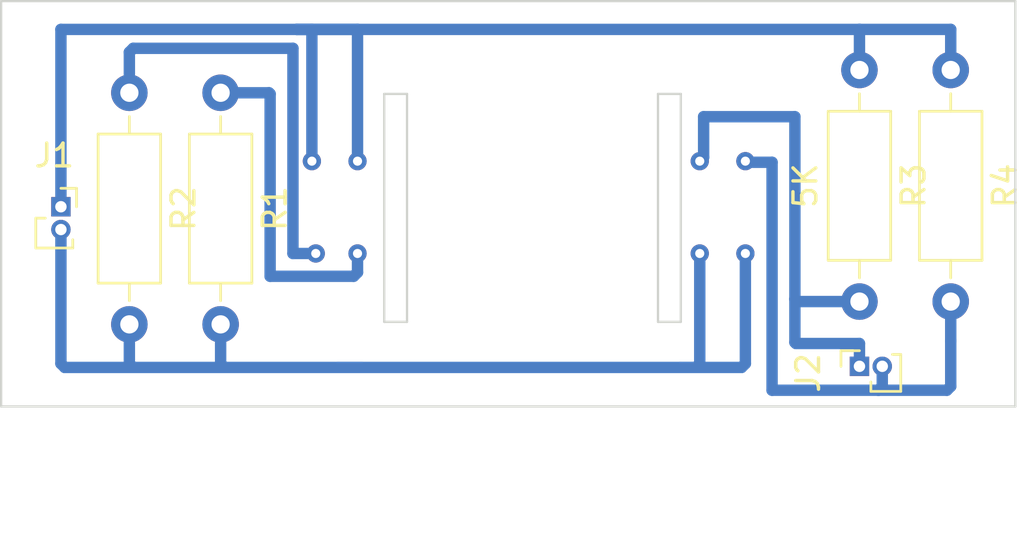
<source format=kicad_pcb>
(kicad_pcb (version 20171130) (host pcbnew "(5.1.6)-1")

  (general
    (thickness 1.6)
    (drawings 12)
    (tracks 67)
    (zones 0)
    (modules 6)
    (nets 2)
  )

  (page A4)
  (layers
    (0 F.Cu signal)
    (31 B.Cu signal)
    (32 B.Adhes user)
    (33 F.Adhes user)
    (34 B.Paste user)
    (35 F.Paste user)
    (36 B.SilkS user)
    (37 F.SilkS user)
    (38 B.Mask user)
    (39 F.Mask user)
    (40 Dwgs.User user)
    (41 Cmts.User user)
    (42 Eco1.User user)
    (43 Eco2.User user)
    (44 Edge.Cuts user)
    (45 Margin user)
    (46 B.CrtYd user)
    (47 F.CrtYd user)
    (48 B.Fab user)
    (49 F.Fab user)
  )

  (setup
    (last_trace_width 0.25)
    (user_trace_width 0.5)
    (trace_clearance 0.2)
    (zone_clearance 0.508)
    (zone_45_only no)
    (trace_min 0.2)
    (via_size 0.8)
    (via_drill 0.4)
    (via_min_size 0.4)
    (via_min_drill 0.3)
    (user_via 1 0.8)
    (uvia_size 0.3)
    (uvia_drill 0.1)
    (uvias_allowed no)
    (uvia_min_size 0.2)
    (uvia_min_drill 0.1)
    (edge_width 0.05)
    (segment_width 0.2)
    (pcb_text_width 0.3)
    (pcb_text_size 1.5 1.5)
    (mod_edge_width 0.12)
    (mod_text_size 1 1)
    (mod_text_width 0.15)
    (pad_size 0.85 0.85)
    (pad_drill 0.5)
    (pad_to_mask_clearance 0.05)
    (aux_axis_origin 0 0)
    (visible_elements 7FFFFFFF)
    (pcbplotparams
      (layerselection 0x010fc_ffffffff)
      (usegerberextensions false)
      (usegerberattributes true)
      (usegerberadvancedattributes true)
      (creategerberjobfile true)
      (excludeedgelayer true)
      (linewidth 0.100000)
      (plotframeref false)
      (viasonmask false)
      (mode 1)
      (useauxorigin false)
      (hpglpennumber 1)
      (hpglpenspeed 20)
      (hpglpendiameter 15.000000)
      (psnegative false)
      (psa4output false)
      (plotreference true)
      (plotvalue true)
      (plotinvisibletext false)
      (padsonsilk false)
      (subtractmaskfromsilk false)
      (outputformat 1)
      (mirror false)
      (drillshape 1)
      (scaleselection 1)
      (outputdirectory ""))
  )

  (net 0 "")
  (net 1 GND)

  (net_class Default "This is the default net class."
    (clearance 0.2)
    (trace_width 0.25)
    (via_dia 0.8)
    (via_drill 0.4)
    (uvia_dia 0.3)
    (uvia_drill 0.1)
  )

  (module Connector_PinSocket_1.00mm:PinSocket_1x02_P1.00mm_Vertical (layer F.Cu) (tedit 5F04D6E2) (tstamp 5F0C9878)
    (at 158.83 83.95)
    (descr "Through hole straight socket strip, 1x02, 1.00mm pitch, single row (https://gct.co/files/drawings/bc065.pdf), script generated")
    (tags "Through hole socket strip THT 1x02 1.00mm single row")
    (path /5F088FF4)
    (fp_text reference J1 (at -0.29 -2.25) (layer F.SilkS)
      (effects (font (size 1 1) (thickness 0.15)))
    )
    (fp_text value Conn_01x02_Female (at 0.17 19.05) (layer F.Fab) hide
      (effects (font (size 1 1) (thickness 0.15)))
    )
    (fp_line (start -1.54 2.25) (end -1.54 -1.25) (layer F.CrtYd) (width 0.05))
    (fp_line (start 0.96 2.25) (end -1.54 2.25) (layer F.CrtYd) (width 0.05))
    (fp_line (start 0.96 -1.25) (end 0.96 2.25) (layer F.CrtYd) (width 0.05))
    (fp_line (start -1.54 -1.25) (end 0.96 -1.25) (layer F.CrtYd) (width 0.05))
    (fp_line (start 0 -0.81) (end 0.685 -0.81) (layer F.SilkS) (width 0.12))
    (fp_line (start 0.685 -0.81) (end 0.685 0) (layer F.SilkS) (width 0.12))
    (fp_line (start 0.52 1.445898) (end 0.52 1.81) (layer F.SilkS) (width 0.12))
    (fp_line (start -1.1 1.81) (end 0.52 1.81) (layer F.SilkS) (width 0.12))
    (fp_line (start -1.1 0.5) (end -1.1 1.81) (layer F.SilkS) (width 0.12))
    (fp_line (start -1.1 0.5) (end -0.685 0.5) (layer F.SilkS) (width 0.12))
    (fp_line (start -1.04 1.75) (end -1.04 -0.75) (layer F.Fab) (width 0.1))
    (fp_line (start 0.46 1.75) (end -1.04 1.75) (layer F.Fab) (width 0.1))
    (fp_line (start 0.46 -0.375) (end 0.46 1.75) (layer F.Fab) (width 0.1))
    (fp_line (start 0.085 -0.75) (end 0.46 -0.375) (layer F.Fab) (width 0.1))
    (fp_line (start -1.04 -0.75) (end 0.085 -0.75) (layer F.Fab) (width 0.1))
    (fp_text user %R (at -0.29 0.5 90) (layer F.Fab)
      (effects (font (size 0.9 0.9) (thickness 0.14)))
    )
    (pad 2 thru_hole oval (at 0 1) (size 0.85 0.85) (drill 0.5) (layers *.Cu *.Mask))
    (pad 1 thru_hole rect (at 0 0) (size 0.85 0.85) (drill 0.5) (layers *.Cu *.Mask))
    (model ${KISYS3DMOD}/Connector_PinSocket_1.00mm.3dshapes/PinSocket_1x02_P1.00mm_Vertical.wrl
      (at (xyz 0 0 0))
      (scale (xyz 1 1 1))
      (rotate (xyz 0 0 0))
    )
  )

  (module Resistor_THT:R_Axial_DIN0207_L6.3mm_D2.5mm_P10.16mm_Horizontal (layer F.Cu) (tedit 5F04DD2B) (tstamp 5F0C9835)
    (at 193.83 77.95 270)
    (descr "Resistor, Axial_DIN0207 series, Axial, Horizontal, pin pitch=10.16mm, 0.25W = 1/4W, length*diameter=6.3*2.5mm^2, http://cdn-reichelt.de/documents/datenblatt/B400/1_4W%23YAG.pdf")
    (tags "Resistor Axial_DIN0207 series Axial Horizontal pin pitch 10.16mm 0.25W = 1/4W length 6.3mm diameter 2.5mm")
    (path /5F0827B6)
    (fp_text reference R3 (at 5.08 -2.37 90) (layer F.SilkS)
      (effects (font (size 1 1) (thickness 0.15)))
    )
    (fp_text value 5K (at 5.08 2.37 90) (layer F.SilkS)
      (effects (font (size 1 1) (thickness 0.15)))
    )
    (fp_line (start 11.21 -1.5) (end -1.05 -1.5) (layer F.CrtYd) (width 0.05))
    (fp_line (start 11.21 1.5) (end 11.21 -1.5) (layer F.CrtYd) (width 0.05))
    (fp_line (start -1.05 1.5) (end 11.21 1.5) (layer F.CrtYd) (width 0.05))
    (fp_line (start -1.05 -1.5) (end -1.05 1.5) (layer F.CrtYd) (width 0.05))
    (fp_line (start 9.12 0) (end 8.35 0) (layer F.SilkS) (width 0.12))
    (fp_line (start 1.04 0) (end 1.81 0) (layer F.SilkS) (width 0.12))
    (fp_line (start 8.35 -1.37) (end 1.81 -1.37) (layer F.SilkS) (width 0.12))
    (fp_line (start 8.35 1.37) (end 8.35 -1.37) (layer F.SilkS) (width 0.12))
    (fp_line (start 1.81 1.37) (end 8.35 1.37) (layer F.SilkS) (width 0.12))
    (fp_line (start 1.81 -1.37) (end 1.81 1.37) (layer F.SilkS) (width 0.12))
    (fp_line (start 10.16 0) (end 8.23 0) (layer F.Fab) (width 0.1))
    (fp_line (start 0 0) (end 1.93 0) (layer F.Fab) (width 0.1))
    (fp_line (start 8.23 -1.25) (end 1.93 -1.25) (layer F.Fab) (width 0.1))
    (fp_line (start 8.23 1.25) (end 8.23 -1.25) (layer F.Fab) (width 0.1))
    (fp_line (start 1.93 1.25) (end 8.23 1.25) (layer F.Fab) (width 0.1))
    (fp_line (start 1.93 -1.25) (end 1.93 1.25) (layer F.Fab) (width 0.1))
    (fp_text user %R (at 5.08 0 180) (layer F.Fab)
      (effects (font (size 1 1) (thickness 0.15)))
    )
    (pad 2 thru_hole oval (at 10.16 0 270) (size 1.6 1.6) (drill 0.8) (layers *.Cu *.Mask))
    (pad 1 thru_hole circle (at 0 0 270) (size 1.6 1.6) (drill 0.8) (layers *.Cu *.Mask))
    (model ${KISYS3DMOD}/Resistor_THT.3dshapes/R_Axial_DIN0207_L6.3mm_D2.5mm_P10.16mm_Horizontal.wrl
      (at (xyz 0 0 0))
      (scale (xyz 1 1 1))
      (rotate (xyz 0 0 0))
    )
  )

  (module Resistor_THT:R_Axial_DIN0207_L6.3mm_D2.5mm_P10.16mm_Horizontal (layer F.Cu) (tedit 5F04D2B4) (tstamp 5F0C981F)
    (at 161.83 78.95 270)
    (descr "Resistor, Axial_DIN0207 series, Axial, Horizontal, pin pitch=10.16mm, 0.25W = 1/4W, length*diameter=6.3*2.5mm^2, http://cdn-reichelt.de/documents/datenblatt/B400/1_4W%23YAG.pdf")
    (tags "Resistor Axial_DIN0207 series Axial Horizontal pin pitch 10.16mm 0.25W = 1/4W length 6.3mm diameter 2.5mm")
    (path /5F07BFEF)
    (fp_text reference R2 (at 5.08 -2.37 90) (layer F.SilkS)
      (effects (font (size 1 1) (thickness 0.15)))
    )
    (fp_text value 220 (at 5.08 2.37 90) (layer F.Fab)
      (effects (font (size 1 1) (thickness 0.15)))
    )
    (fp_line (start 11.21 -1.5) (end -1.05 -1.5) (layer F.CrtYd) (width 0.05))
    (fp_line (start 11.21 1.5) (end 11.21 -1.5) (layer F.CrtYd) (width 0.05))
    (fp_line (start -1.05 1.5) (end 11.21 1.5) (layer F.CrtYd) (width 0.05))
    (fp_line (start -1.05 -1.5) (end -1.05 1.5) (layer F.CrtYd) (width 0.05))
    (fp_line (start 9.12 0) (end 8.35 0) (layer F.SilkS) (width 0.12))
    (fp_line (start 1.04 0) (end 1.81 0) (layer F.SilkS) (width 0.12))
    (fp_line (start 8.35 -1.37) (end 1.81 -1.37) (layer F.SilkS) (width 0.12))
    (fp_line (start 8.35 1.37) (end 8.35 -1.37) (layer F.SilkS) (width 0.12))
    (fp_line (start 1.81 1.37) (end 8.35 1.37) (layer F.SilkS) (width 0.12))
    (fp_line (start 1.81 -1.37) (end 1.81 1.37) (layer F.SilkS) (width 0.12))
    (fp_line (start 10.16 0) (end 8.23 0) (layer F.Fab) (width 0.1))
    (fp_line (start 0 0) (end 1.93 0) (layer F.Fab) (width 0.1))
    (fp_line (start 8.23 -1.25) (end 1.93 -1.25) (layer F.Fab) (width 0.1))
    (fp_line (start 8.23 1.25) (end 8.23 -1.25) (layer F.Fab) (width 0.1))
    (fp_line (start 1.93 1.25) (end 8.23 1.25) (layer F.Fab) (width 0.1))
    (fp_line (start 1.93 -1.25) (end 1.93 1.25) (layer F.Fab) (width 0.1))
    (fp_text user %R (at 5.08 0 180) (layer F.Fab)
      (effects (font (size 1 1) (thickness 0.15)))
    )
    (pad 2 thru_hole oval (at 10.16 0 270) (size 1.6 1.6) (drill 0.8) (layers *.Cu *.Mask))
    (pad 1 thru_hole circle (at 0 0 270) (size 1.6 1.6) (drill 0.8) (layers *.Cu *.Mask))
    (model ${KISYS3DMOD}/Resistor_THT.3dshapes/R_Axial_DIN0207_L6.3mm_D2.5mm_P10.16mm_Horizontal.wrl
      (at (xyz 0 0 0))
      (scale (xyz 1 1 1))
      (rotate (xyz 0 0 0))
    )
  )

  (module Resistor_THT:R_Axial_DIN0207_L6.3mm_D2.5mm_P10.16mm_Horizontal (layer F.Cu) (tedit 5F04DDE8) (tstamp 5F0C9809)
    (at 197.83 77.95 270)
    (descr "Resistor, Axial_DIN0207 series, Axial, Horizontal, pin pitch=10.16mm, 0.25W = 1/4W, length*diameter=6.3*2.5mm^2, http://cdn-reichelt.de/documents/datenblatt/B400/1_4W%23YAG.pdf")
    (tags "Resistor Axial_DIN0207 series Axial Horizontal pin pitch 10.16mm 0.25W = 1/4W length 6.3mm diameter 2.5mm")
    (path /5F082E4A)
    (fp_text reference R4 (at 5.08 -2.37 90) (layer F.SilkS)
      (effects (font (size 1 1) (thickness 0.15)))
    )
    (fp_text value 5k (at 5.08 2.37 90) (layer F.Fab)
      (effects (font (size 1 1) (thickness 0.15)))
    )
    (fp_line (start 11.21 -1.5) (end -1.05 -1.5) (layer F.CrtYd) (width 0.05))
    (fp_line (start 11.21 1.5) (end 11.21 -1.5) (layer F.CrtYd) (width 0.05))
    (fp_line (start -1.05 1.5) (end 11.21 1.5) (layer F.CrtYd) (width 0.05))
    (fp_line (start -1.05 -1.5) (end -1.05 1.5) (layer F.CrtYd) (width 0.05))
    (fp_line (start 9.12 0) (end 8.35 0) (layer F.SilkS) (width 0.12))
    (fp_line (start 1.04 0) (end 1.81 0) (layer F.SilkS) (width 0.12))
    (fp_line (start 8.35 -1.37) (end 1.81 -1.37) (layer F.SilkS) (width 0.12))
    (fp_line (start 8.35 1.37) (end 8.35 -1.37) (layer F.SilkS) (width 0.12))
    (fp_line (start 1.81 1.37) (end 8.35 1.37) (layer F.SilkS) (width 0.12))
    (fp_line (start 1.81 -1.37) (end 1.81 1.37) (layer F.SilkS) (width 0.12))
    (fp_line (start 10.16 0) (end 8.23 0) (layer F.Fab) (width 0.1))
    (fp_line (start 0 0) (end 1.93 0) (layer F.Fab) (width 0.1))
    (fp_line (start 8.23 -1.25) (end 1.93 -1.25) (layer F.Fab) (width 0.1))
    (fp_line (start 8.23 1.25) (end 8.23 -1.25) (layer F.Fab) (width 0.1))
    (fp_line (start 1.93 1.25) (end 8.23 1.25) (layer F.Fab) (width 0.1))
    (fp_line (start 1.93 -1.25) (end 1.93 1.25) (layer F.Fab) (width 0.1))
    (fp_text user %R (at 5.08 0 90) (layer F.Fab)
      (effects (font (size 1 1) (thickness 0.15)))
    )
    (pad 2 thru_hole oval (at 10.16 0 270) (size 1.6 1.6) (drill 0.8) (layers *.Cu *.Mask))
    (pad 1 thru_hole circle (at 0 0 270) (size 1.6 1.6) (drill 0.8) (layers *.Cu *.Mask))
    (model ${KISYS3DMOD}/Resistor_THT.3dshapes/R_Axial_DIN0207_L6.3mm_D2.5mm_P10.16mm_Horizontal.wrl
      (at (xyz 0 0 0))
      (scale (xyz 1 1 1))
      (rotate (xyz 0 0 0))
    )
  )

  (module Resistor_THT:R_Axial_DIN0207_L6.3mm_D2.5mm_P10.16mm_Horizontal (layer F.Cu) (tedit 5F04D66B) (tstamp 5F0C97F3)
    (at 165.83 78.95 270)
    (descr "Resistor, Axial_DIN0207 series, Axial, Horizontal, pin pitch=10.16mm, 0.25W = 1/4W, length*diameter=6.3*2.5mm^2, http://cdn-reichelt.de/documents/datenblatt/B400/1_4W%23YAG.pdf")
    (tags "Resistor Axial_DIN0207 series Axial Horizontal pin pitch 10.16mm 0.25W = 1/4W length 6.3mm diameter 2.5mm")
    (path /5F07BAF5)
    (fp_text reference R1 (at 5.08 -2.37 90) (layer F.SilkS)
      (effects (font (size 1 1) (thickness 0.15)))
    )
    (fp_text value 220 (at 5.08 2.37 90) (layer F.Fab)
      (effects (font (size 1 1) (thickness 0.15)))
    )
    (fp_line (start 11.21 -1.5) (end -1.05 -1.5) (layer F.CrtYd) (width 0.05))
    (fp_line (start 11.21 1.5) (end 11.21 -1.5) (layer F.CrtYd) (width 0.05))
    (fp_line (start -1.05 1.5) (end 11.21 1.5) (layer F.CrtYd) (width 0.05))
    (fp_line (start -1.05 -1.5) (end -1.05 1.5) (layer F.CrtYd) (width 0.05))
    (fp_line (start 9.12 0) (end 8.35 0) (layer F.SilkS) (width 0.12))
    (fp_line (start 1.04 0) (end 1.81 0) (layer F.SilkS) (width 0.12))
    (fp_line (start 8.35 -1.37) (end 1.81 -1.37) (layer F.SilkS) (width 0.12))
    (fp_line (start 8.35 1.37) (end 8.35 -1.37) (layer F.SilkS) (width 0.12))
    (fp_line (start 1.81 1.37) (end 8.35 1.37) (layer F.SilkS) (width 0.12))
    (fp_line (start 1.81 -1.37) (end 1.81 1.37) (layer F.SilkS) (width 0.12))
    (fp_line (start 10.16 0) (end 8.23 0) (layer F.Fab) (width 0.1))
    (fp_line (start 0 0) (end 1.93 0) (layer F.Fab) (width 0.1))
    (fp_line (start 8.23 -1.25) (end 1.93 -1.25) (layer F.Fab) (width 0.1))
    (fp_line (start 8.23 1.25) (end 8.23 -1.25) (layer F.Fab) (width 0.1))
    (fp_line (start 1.93 1.25) (end 8.23 1.25) (layer F.Fab) (width 0.1))
    (fp_line (start 1.93 -1.25) (end 1.93 1.25) (layer F.Fab) (width 0.1))
    (fp_text user %R (at 5.08 0) (layer F.Fab)
      (effects (font (size 1 1) (thickness 0.15)))
    )
    (pad 2 thru_hole oval (at 10.16 0 270) (size 1.6 1.6) (drill 0.8) (layers *.Cu *.Mask))
    (pad 1 thru_hole circle (at 0 0 270) (size 1.6 1.6) (drill 0.8) (layers *.Cu *.Mask))
    (model ${KISYS3DMOD}/Resistor_THT.3dshapes/R_Axial_DIN0207_L6.3mm_D2.5mm_P10.16mm_Horizontal.wrl
      (at (xyz 0 0 0))
      (scale (xyz 1 1 1))
      (rotate (xyz 0 0 0))
    )
  )

  (module Connector_PinSocket_1.00mm:PinSocket_1x02_P1.00mm_Vertical (layer F.Cu) (tedit 5F04DDEC) (tstamp 5F0C97DE)
    (at 193.83 90.95 90)
    (descr "Through hole straight socket strip, 1x02, 1.00mm pitch, single row (https://gct.co/files/drawings/bc065.pdf), script generated")
    (tags "Through hole socket strip THT 1x02 1.00mm single row")
    (path /5F08507A)
    (fp_text reference J2 (at -0.29 -2.25 90) (layer F.SilkS)
      (effects (font (size 1 1) (thickness 0.15)))
    )
    (fp_text value Conn_01x02_Female (at -0.29 3.25 90) (layer F.Fab)
      (effects (font (size 1 1) (thickness 0.15)))
    )
    (fp_line (start -1.54 2.25) (end -1.54 -1.25) (layer F.CrtYd) (width 0.05))
    (fp_line (start 0.96 2.25) (end -1.54 2.25) (layer F.CrtYd) (width 0.05))
    (fp_line (start 0.96 -1.25) (end 0.96 2.25) (layer F.CrtYd) (width 0.05))
    (fp_line (start -1.54 -1.25) (end 0.96 -1.25) (layer F.CrtYd) (width 0.05))
    (fp_line (start 0 -0.81) (end 0.685 -0.81) (layer F.SilkS) (width 0.12))
    (fp_line (start 0.685 -0.81) (end 0.685 0) (layer F.SilkS) (width 0.12))
    (fp_line (start 0.52 1.445898) (end 0.52 1.81) (layer F.SilkS) (width 0.12))
    (fp_line (start -1.1 1.81) (end 0.52 1.81) (layer F.SilkS) (width 0.12))
    (fp_line (start -1.1 0.5) (end -1.1 1.81) (layer F.SilkS) (width 0.12))
    (fp_line (start -1.1 0.5) (end -0.685 0.5) (layer F.SilkS) (width 0.12))
    (fp_line (start -1.04 1.75) (end -1.04 -0.75) (layer F.Fab) (width 0.1))
    (fp_line (start 0.46 1.75) (end -1.04 1.75) (layer F.Fab) (width 0.1))
    (fp_line (start 0.46 -0.375) (end 0.46 1.75) (layer F.Fab) (width 0.1))
    (fp_line (start 0.085 -0.75) (end 0.46 -0.375) (layer F.Fab) (width 0.1))
    (fp_line (start -1.04 -0.75) (end 0.085 -0.75) (layer F.Fab) (width 0.1))
    (fp_text user %R (at -1 2) (layer F.Fab)
      (effects (font (size 0.9 0.9) (thickness 0.14)))
    )
    (pad 2 thru_hole oval (at 0 1 90) (size 0.85 0.85) (drill 0.5) (layers *.Cu *.Mask))
    (pad 1 thru_hole rect (at 0 0 90) (size 0.85 0.85) (drill 0.5) (layers *.Cu *.Mask))
    (model ${KISYS3DMOD}/Connector_PinSocket_1.00mm.3dshapes/PinSocket_1x02_P1.00mm_Vertical.wrl
      (at (xyz 0 0 0))
      (scale (xyz 1 1 1))
      (rotate (xyz 0 0 0))
    )
  )

  (gr_line (start 186 79) (end 186 89) (layer Edge.Cuts) (width 0.1) (tstamp 5F0C9B1D))
  (gr_line (start 185 79) (end 186 79) (layer Edge.Cuts) (width 0.1) (tstamp 5F0C9B1C))
  (gr_line (start 185 89) (end 185 79) (layer Edge.Cuts) (width 0.1) (tstamp 5F0C9B1B))
  (gr_line (start 186 89) (end 185 89) (layer Edge.Cuts) (width 0.1) (tstamp 5F0C9B1A))
  (gr_line (start 174 79) (end 174 89) (layer Edge.Cuts) (width 0.1))
  (gr_line (start 173 79) (end 174 79) (layer Edge.Cuts) (width 0.1))
  (gr_line (start 173 89) (end 173 79) (layer Edge.Cuts) (width 0.1))
  (gr_line (start 174 89) (end 173 89) (layer Edge.Cuts) (width 0.1))
  (gr_line (start 156.21 74.93) (end 200.66 74.93) (layer Edge.Cuts) (width 0.1))
  (gr_line (start 156.21 92.71) (end 156.21 74.93) (layer Edge.Cuts) (width 0.1))
  (gr_line (start 200.66 74.93) (end 200.66 92.71) (layer Edge.Cuts) (width 0.1))
  (gr_line (start 200.66 92.71) (end 156.21 92.71) (layer Edge.Cuts) (width 0.1))

  (via (at 188.83 81.95) (size 0.8) (drill 0.4) (layers F.Cu B.Cu) (net 0) (tstamp 5F0C9850))
  (via (at 169.83 81.95) (size 0.8) (drill 0.4) (layers F.Cu B.Cu) (net 0) (tstamp 5F0C9851))
  (via (at 171.83 81.95) (size 0.8) (drill 0.4) (layers F.Cu B.Cu) (net 0) (tstamp 5F0C9852))
  (via (at 186.83 86) (size 0.8) (drill 0.4) (layers F.Cu B.Cu) (net 0) (tstamp 5F0C9853))
  (via (at 171.83 86) (size 0.8) (drill 0.4) (layers F.Cu B.Cu) (net 0) (tstamp 5F0C9854))
  (via (at 188.83 86) (size 0.8) (drill 0.4) (layers F.Cu B.Cu) (net 0) (tstamp 5F0C9855))
  (via (at 170 86) (size 0.8) (drill 0.4) (layers F.Cu B.Cu) (net 0) (tstamp 5F0C9856))
  (via (at 186.83 81.95) (size 0.8) (drill 0.4) (layers F.Cu B.Cu) (net 0) (tstamp 5F0C9857))
  (segment (start 158.83 83.95) (end 158.83 76.17) (width 0.5) (layer B.Cu) (net 0))
  (segment (start 169.83 81.95) (end 169.83 76.17) (width 0.5) (layer B.Cu) (net 0))
  (segment (start 171.83 81.95) (end 171.83 76.17) (width 0.5) (layer B.Cu) (net 0))
  (segment (start 169.83 76.17) (end 169.17 76.17) (width 0.5) (layer B.Cu) (net 0))
  (segment (start 169.17 76.17) (end 158.83 76.17) (width 0.5) (layer B.Cu) (net 0))
  (segment (start 165.83 78.95) (end 167.95 78.95) (width 0.5) (layer B.Cu) (net 0))
  (segment (start 167.95 78.95) (end 168 79) (width 0.5) (layer B.Cu) (net 0))
  (segment (start 168 79) (end 168 87) (width 0.5) (layer B.Cu) (net 0))
  (segment (start 171.66 87) (end 168 87) (width 0.5) (layer B.Cu) (net 0))
  (segment (start 171.83 86.83) (end 171.66 87) (width 0.5) (layer B.Cu) (net 0))
  (segment (start 158.83 84.95) (end 158.83 90.83) (width 0.5) (layer B.Cu) (net 0))
  (segment (start 158.83 90.83) (end 159 91) (width 0.5) (layer B.Cu) (net 0))
  (segment (start 165.83 90.83) (end 166 91) (width 0.5) (layer B.Cu) (net 0))
  (segment (start 165.83 89.11) (end 165.83 90.83) (width 0.5) (layer B.Cu) (net 0))
  (segment (start 161.83 90.83) (end 162 91) (width 0.5) (layer B.Cu) (net 0))
  (segment (start 161.83 89.11) (end 161.83 90.83) (width 0.5) (layer B.Cu) (net 0))
  (segment (start 159 91) (end 162 91) (width 0.5) (layer B.Cu) (net 0))
  (segment (start 162 91) (end 166 91) (width 0.5) (layer B.Cu) (net 0))
  (segment (start 186.83 90.83) (end 186.66 91) (width 0.5) (layer B.Cu) (net 0))
  (segment (start 166 91) (end 171 91) (width 0.5) (layer B.Cu) (net 0))
  (segment (start 171 91) (end 172 91) (width 0.5) (layer B.Cu) (net 0))
  (segment (start 186.66 91) (end 186 91) (width 0.5) (layer B.Cu) (net 0))
  (segment (start 188.66 91) (end 186 91) (width 0.5) (layer B.Cu) (net 0))
  (segment (start 186 91) (end 171 91) (width 0.5) (layer B.Cu) (net 0))
  (segment (start 171.83 76.17) (end 169.17 76.17) (width 0.5) (layer B.Cu) (net 0))
  (segment (start 197.83 77.95) (end 197.83 76.17) (width 0.5) (layer B.Cu) (net 0))
  (segment (start 193.83 77.95) (end 193.83 76.17) (width 0.5) (layer B.Cu) (net 0))
  (segment (start 197.83 76.17) (end 193.83 76.17) (width 0.5) (layer B.Cu) (net 0))
  (segment (start 193.83 76.17) (end 169.17 76.17) (width 0.5) (layer B.Cu) (net 0))
  (segment (start 194.83 90.83) (end 194.66 91) (width 0.5) (layer B.Cu) (net 0))
  (segment (start 197.83 88.11) (end 197.83 89.83) (width 0.5) (layer B.Cu) (net 0))
  (segment (start 193.83 89.95) (end 191.05 89.95) (width 0.5) (layer B.Cu) (net 0))
  (segment (start 191.05 89.95) (end 191 89.9) (width 0.5) (layer B.Cu) (net 0))
  (segment (start 191 80) (end 187 80) (width 0.5) (layer B.Cu) (net 0))
  (segment (start 187 81.78) (end 186.83 81.95) (width 0.5) (layer B.Cu) (net 0))
  (segment (start 187 80) (end 187 81.78) (width 0.5) (layer B.Cu) (net 0))
  (segment (start 193.83 88.11) (end 191.11 88.11) (width 0.5) (layer B.Cu) (net 0))
  (segment (start 191.11 88.11) (end 191 88) (width 0.5) (layer B.Cu) (net 0))
  (segment (start 191 89.9) (end 191 88) (width 0.5) (layer B.Cu) (net 0))
  (segment (start 191 88) (end 191 80) (width 0.5) (layer B.Cu) (net 0))
  (segment (start 162 77) (end 169 77) (width 0.5) (layer B.Cu) (net 0))
  (segment (start 161.83 78.95) (end 161.83 77.17) (width 0.5) (layer B.Cu) (net 0))
  (segment (start 169 86) (end 170 86) (width 0.5) (layer B.Cu) (net 0))
  (segment (start 169 77) (end 169 86) (width 0.5) (layer B.Cu) (net 0))
  (segment (start 161.83 77.17) (end 162 77) (width 0.5) (layer B.Cu) (net 0))
  (segment (start 171.83 86.83) (end 171.83 86) (width 0.5) (layer B.Cu) (net 0))
  (segment (start 186.83 90.83) (end 186.83 86) (width 0.5) (layer B.Cu) (net 0))
  (segment (start 188.83 90.83) (end 188.66 91) (width 0.5) (layer B.Cu) (net 0))
  (segment (start 188.83 86) (end 188.83 90.83) (width 0.5) (layer B.Cu) (net 0))
  (segment (start 193.83 90.95) (end 193.83 89.95) (width 0.5) (layer B.Cu) (net 0))
  (segment (start 188.88 82) (end 188.83 81.95) (width 0.5) (layer B.Cu) (net 0))
  (segment (start 194.83 91.83) (end 194.66 92) (width 0.5) (layer B.Cu) (net 0))
  (segment (start 190 92) (end 190 82) (width 0.5) (layer B.Cu) (net 0))
  (segment (start 194.66 92) (end 190 92) (width 0.5) (layer B.Cu) (net 0))
  (segment (start 194.83 90.95) (end 194.83 91.83) (width 0.5) (layer B.Cu) (net 0))
  (segment (start 190 82) (end 188.88 82) (width 0.5) (layer B.Cu) (net 0))
  (segment (start 197.83 89.83) (end 197.83 91.83) (width 0.5) (layer B.Cu) (net 0))
  (segment (start 197.66 92) (end 194.66 92) (width 0.5) (layer B.Cu) (net 0))
  (segment (start 197.83 91.83) (end 197.66 92) (width 0.5) (layer B.Cu) (net 0))

  (zone (net 1) (net_name GND) (layer F.Cu) (tstamp 0) (hatch edge 0.508)
    (connect_pads (clearance 0.508))
    (min_thickness 0.254)
    (fill yes (arc_segments 32) (thermal_gap 0.508) (thermal_bridge_width 0.508))
    (polygon
      (pts
        (xy 200.66 92.71) (xy 156.21 92.71) (xy 156.21 74.93) (xy 200.66 74.93)
      )
    )
  )
  (zone (net 1) (net_name GND) (layer B.Cu) (tstamp 0) (hatch edge 0.508)
    (connect_pads (clearance 0.508))
    (min_thickness 0.254)
    (fill yes (arc_segments 32) (thermal_gap 0.508) (thermal_bridge_width 0.508))
    (polygon
      (pts
        (xy 200.66 92.71) (xy 156.21 92.71) (xy 156.21 74.93) (xy 200.66 74.93)
      )
    )
  )
)

</source>
